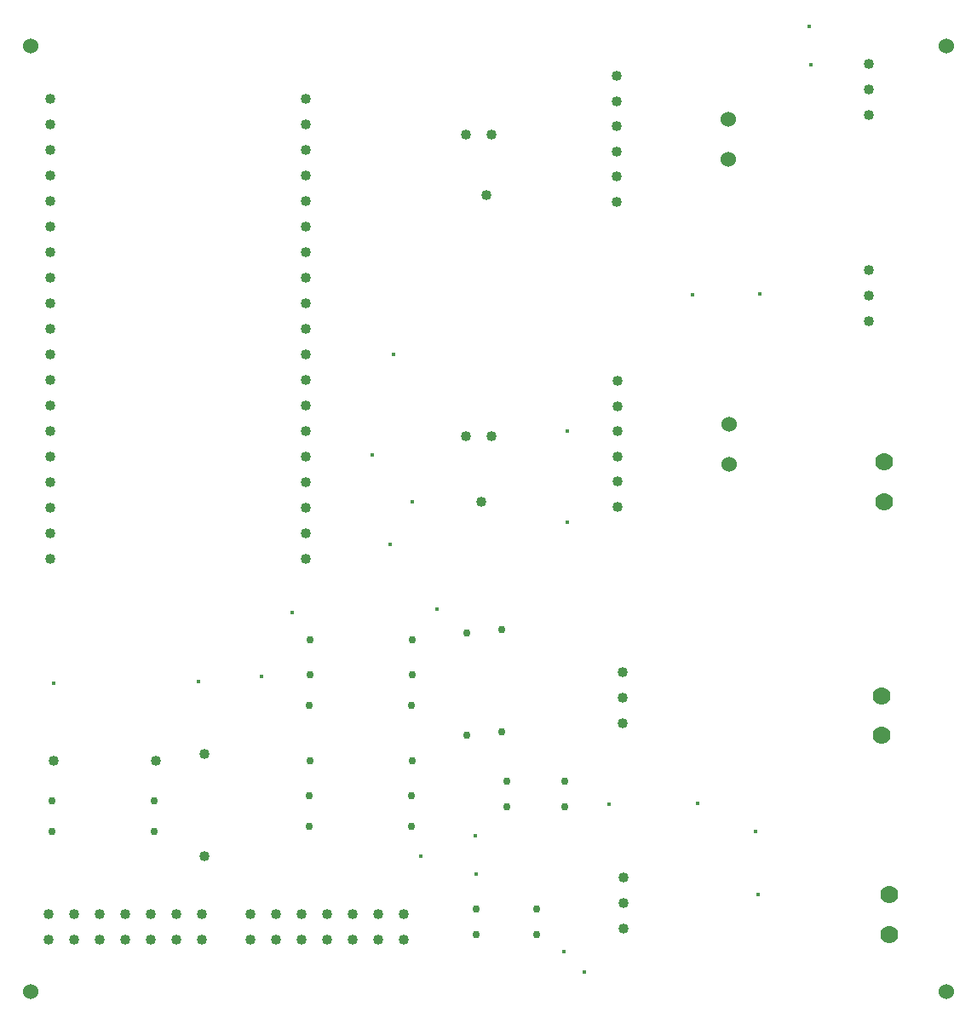
<source format=gbr>
G04 PROTEUS GERBER X2 FILE*
%TF.GenerationSoftware,Labcenter,Proteus,8.9-SP0-Build27865*%
%TF.CreationDate,2023-09-22T01:56:32+00:00*%
%TF.FileFunction,Plated,1,2,PTH*%
%TF.FilePolarity,Positive*%
%TF.Part,Single*%
%TF.SameCoordinates,{f1bbcda0-0957-4744-b51b-1f7c2430d0f4}*%
%FSLAX45Y45*%
%MOMM*%
G01*
%TA.AperFunction,ViaDrill*%
%ADD45C,0.381000*%
%TA.AperFunction,ComponentDrill*%
%ADD46C,1.016000*%
%TA.AperFunction,ComponentDrill*%
%ADD47C,0.762000*%
%ADD48C,1.778000*%
%TA.AperFunction,ComponentDrill*%
%ADD49C,1.524000*%
%TA.AperFunction,OtherDrill,Unknown*%
%ADD50C,1.524000*%
%TD.AperFunction*%
D45*
X-8533142Y-4314388D03*
X-9971652Y-4328348D03*
X-3620535Y-470198D03*
X-2955159Y-458626D03*
X-6805578Y-2061591D03*
X-6631606Y-2954649D03*
X-4871652Y-2728348D03*
X-4871652Y-1828348D03*
X-6408578Y-2526421D03*
X-6595000Y-1064174D03*
X-6166098Y-3597270D03*
X-7602687Y-3628628D03*
X-7911929Y-4265632D03*
X-6324431Y-6053039D03*
X-2971652Y-6428348D03*
X-3000055Y-5805108D03*
X-3571652Y-5528348D03*
X-4450374Y-5537216D03*
X-4700000Y-7200000D03*
X-5771652Y-6228348D03*
X-4900000Y-7000000D03*
X-5783506Y-5845292D03*
X-2467119Y+2198933D03*
X-2443296Y+1816787D03*
D46*
X-10021652Y-6878348D03*
X-9767652Y-6878348D03*
X-9513652Y-6878348D03*
X-9259652Y-6878348D03*
X-9005652Y-6878348D03*
X-8751652Y-6878348D03*
X-8497652Y-6878348D03*
X-8497652Y-6624348D03*
X-8751652Y-6624348D03*
X-9005652Y-6624348D03*
X-9259652Y-6624348D03*
X-9513652Y-6624348D03*
X-9767652Y-6624348D03*
X-10021652Y-6624348D03*
X-8021652Y-6882348D03*
X-7767652Y-6882348D03*
X-7513652Y-6882348D03*
X-7259652Y-6882348D03*
X-7005652Y-6882348D03*
X-6751652Y-6882348D03*
X-6497652Y-6882348D03*
X-6497652Y-6628348D03*
X-6751652Y-6628348D03*
X-7005652Y-6628348D03*
X-7259652Y-6628348D03*
X-7513652Y-6628348D03*
X-7767652Y-6628348D03*
X-8021652Y-6628348D03*
D47*
X-7421652Y-4251348D03*
X-6405652Y-4251348D03*
X-7437652Y-5451348D03*
X-6421652Y-5451348D03*
X-6421652Y-5751348D03*
X-7437652Y-5751348D03*
X-8971652Y-5801348D03*
X-9987652Y-5801348D03*
X-9987652Y-5501348D03*
X-8971652Y-5501348D03*
X-5871652Y-4851348D03*
X-5871652Y-3835348D03*
X-5521652Y-4817348D03*
X-5521652Y-3801348D03*
X-6421652Y-4551348D03*
X-7437652Y-4551348D03*
X-6405652Y-3901348D03*
X-7421652Y-3901348D03*
X-5471652Y-5305348D03*
X-5471652Y-5559348D03*
X-4894652Y-5305348D03*
X-4894652Y-5559348D03*
X-5771652Y-6574348D03*
X-5771652Y-6828348D03*
X-5171652Y-6574348D03*
X-5171652Y-6828348D03*
D46*
X-8955652Y-5101348D03*
X-9971652Y-5101348D03*
X-8471652Y-5035348D03*
X-8471652Y-6051348D03*
X-5725652Y-2528348D03*
X-5621652Y-1878348D03*
X-5875652Y-1878348D03*
D47*
X-6405652Y-5101348D03*
X-7421652Y-5101348D03*
D46*
X-5671652Y+521652D03*
X-5621652Y+1121652D03*
X-5875652Y+1121652D03*
X-4311652Y-6264348D03*
X-4311652Y-6518348D03*
X-4311652Y-6772348D03*
X-4317652Y-4220348D03*
X-4317652Y-4474348D03*
X-4317652Y-4728348D03*
X-1871652Y-228348D03*
X-1871652Y-482348D03*
X-1871652Y-736348D03*
X-1871652Y+1825652D03*
X-1871652Y+1571652D03*
X-1871652Y+1317652D03*
D48*
X-1748532Y-4455228D03*
X-1748532Y-4851468D03*
X-1671652Y-6432108D03*
X-1671652Y-6828348D03*
X-1721652Y-2132108D03*
X-1721652Y-2528348D03*
D46*
X-7471652Y-3098348D03*
X-7471652Y-2844348D03*
X-7471652Y-2590348D03*
X-7471652Y-2336348D03*
X-7471652Y-2082348D03*
X-7471652Y-1828348D03*
X-7471652Y-1574348D03*
X-7471652Y-1320348D03*
X-7471652Y-1066348D03*
X-7471652Y-812357D03*
X-7471652Y-558348D03*
X-7471652Y-304348D03*
X-7471652Y-50348D03*
X-7471652Y+203652D03*
X-7471652Y+457652D03*
X-7471652Y+711652D03*
X-7471652Y+965652D03*
X-7471652Y+1219652D03*
X-7471652Y+1473652D03*
X-10011652Y+1473652D03*
X-10011652Y+1219652D03*
X-10011652Y+965652D03*
X-10011652Y+711652D03*
X-10011652Y+457652D03*
X-10011652Y+203652D03*
X-10011652Y-50348D03*
X-10011652Y-304348D03*
X-10011652Y-558348D03*
X-10011652Y-812357D03*
X-10011652Y-1066348D03*
X-10011652Y-1320348D03*
X-10011652Y-1574348D03*
X-10011652Y-1828348D03*
X-10011652Y-2082348D03*
X-10011652Y-2336348D03*
X-10011652Y-2590348D03*
X-10011652Y-2844348D03*
X-10011652Y-3098348D03*
D49*
X-3261652Y-2158348D03*
X-3261652Y-1758348D03*
D46*
X-4371652Y-1328348D03*
X-4371652Y-1578348D03*
X-4371652Y-1828348D03*
X-4371652Y-2078348D03*
X-4371652Y-2328348D03*
X-4371652Y-2578348D03*
D49*
X-3271652Y+871652D03*
X-3271652Y+1271652D03*
D46*
X-4381652Y+1701652D03*
X-4381652Y+1451652D03*
X-4381652Y+1201652D03*
X-4381652Y+951652D03*
X-4381652Y+701652D03*
X-4381652Y+451652D03*
D50*
X-1100000Y-7400000D03*
X-10200000Y-7400000D03*
X-10200000Y+2000000D03*
X-1100000Y+2000000D03*
M02*

</source>
